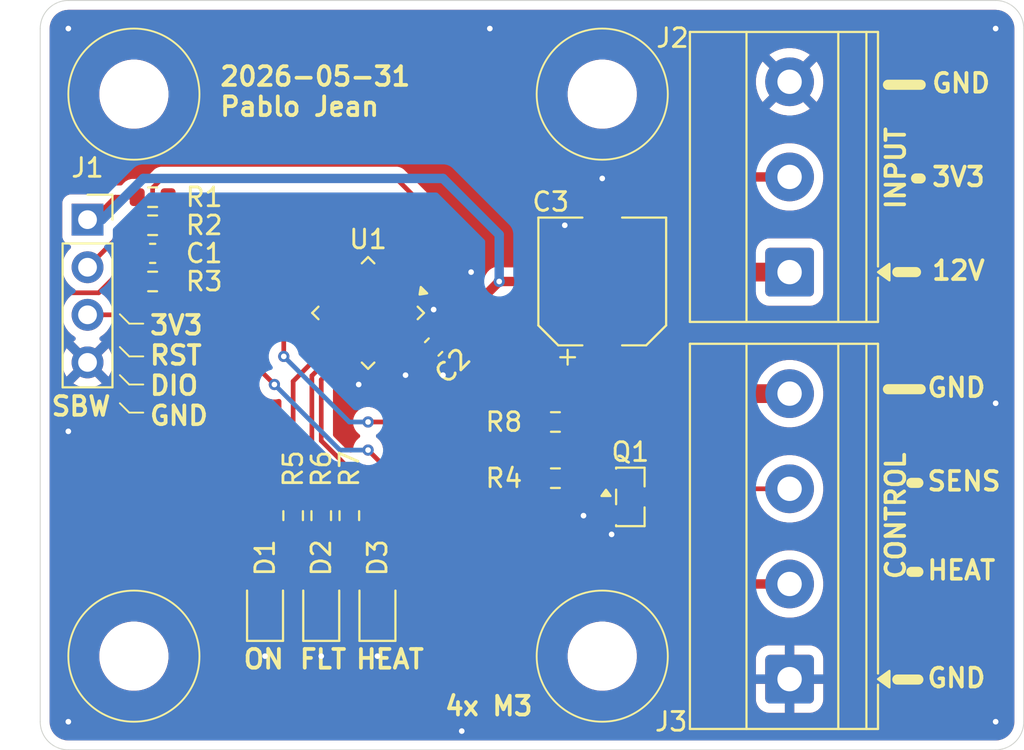
<source format=kicad_pcb>
(kicad_pcb (version 20241229) (generator "pcbnew") (generator_version "9.0")
  (layers (0 "F.Cu" signal) (2 "B.Cu" signal) (13 "F.Paste" user) (15 "B.Paste" user) (5 "F.SilkS" user "F.Silkscreen") (7 "B.SilkS" user "B.Silkscreen") (1 "F.Mask" user) (3 "B.Mask" user) (25 "Edge.Cuts" user))
  (net 0 "")
  (net 1 "GND")
  (net 2 "/MCU_RST")
  (net 3 "3V3")
  (net 4 "12V")
  (net 5 "Net-(D1-A)")
  (net 6 "Net-(D2-A)")
  (net 7 "Net-(D3-A)")
  (net 8 "/SBW_RST")
  (net 9 "/SBW_DIO")
  (net 10 "/P_HEATER")
  (net 11 "/P_SENSOR")
  (net 12 "Net-(Q1-B)")
  (net 13 "/MCU_DIO")
  (net 14 "/M_HEATER")
  (net 15 "/LED_ON")
  (net 16 "/LED_FAULT")
  (net 17 "/LED_HEAT")
  (net 18 "/S_SENSOR")
  (footprint "LED_SMD:LED_0805_2012Metric" (layer "F.Cu") (at 178 107.5 90)
    (property "Reference" "D3" (at 2.75 0 90) (layer "F.SilkS"))
    (property "Value" "RED")
    (fp_line (start 1 -0.96) (end -1.684999 -0.96) (stroke (width 0.12)) (layer "F.SilkS"))
    (fp_line (start -1.684999 -0.96) (end -1.684999 0.96) (stroke (width 0.12)) (layer "F.SilkS"))
    (fp_line (start -1.684999 0.96) (end 1 0.96) (stroke (width 0.12)) (layer "F.SilkS"))
    (pad "1" smd roundrect (at -0.937501 0 90) (size 0.975 1.4) (layers "F.Cu" "F.Mask" "F.Paste") (net 1 "GND"))
    (pad "2" smd roundrect (at 0.937501 0 90) (size 0.975 1.4) (layers "F.Cu" "F.Mask" "F.Paste") (net 7 "Net-(D3-A)"))
  )
  (footprint "TerminalBlock_Phoenix:TerminalBlock_Phoenix_MKDS-1,5-3-5.08_1x03_P5.08mm_Horizontal" (layer "F.Cu") (at 200 89.5 90)
    (property "Reference" "J2" (at 12.5 -6.25 180) (layer "F.SilkS"))
    (property "Value" "1x03")
    (fp_line (start 12.82 -5.32) (end 12.82 4.72) (stroke (width 0.12)) (layer "F.SilkS"))
    (fp_line (start -2.66 -5.32) (end 12.82 -5.32) (stroke (width 0.12)) (layer "F.SilkS"))
    (fp_line (start -2.66 -2.300001) (end 12.82 -2.300001) (stroke (width 0.12)) (layer "F.SilkS"))
    (fp_line (start -2.66 2.600001) (end 12.82 2.600001) (stroke (width 0.12)) (layer "F.SilkS"))
    (fp_line (start -2.66 4.1) (end 12.82 4.1) (stroke (width 0.12)) (layer "F.SilkS"))
    (fp_line (start 12.82 4.72) (end 0.3 4.72) (stroke (width 0.12)) (layer "F.SilkS"))
    (fp_line (start -0.3 4.72) (end -2.66 4.72) (stroke (width 0.12)) (layer "F.SilkS"))
    (fp_line (start -2.66 4.72) (end -2.66 -5.32) (stroke (width 0.12)) (layer "F.SilkS"))
    (fp_poly (pts (xy 0 4.72) (xy 0.44 5.33) (xy -0.44 5.33)) (stroke (width 0.12)) (fill yes) (layer "F.SilkS"))
    (pad "1" thru_hole roundrect (at 0 0 90) (size 2.6 2.6) (drill 1.3) (layers "*.Cu" "*.Mask") (roundrect_rratio 0.096154) (net 4 "12V"))
    (pad "2" thru_hole circle (at 5.079999 0 90) (size 2.6 2.6) (drill 1.3) (layers "*.Cu" "*.Mask") (net 3 "3V3"))
    (pad "3" thru_hole circle (at 10.16 0 90) (size 2.6 2.6) (drill 1.3) (layers "*.Cu" "*.Mask") (net 1 "GND"))
  )
  (footprint "Resistor_SMD:R_0603_1608Metric" (layer "F.Cu") (at 166 87 180)
    (property "Reference" "R2" (at -2.75 0 0) (layer "F.SilkS"))
    (property "Value" "10")
    (fp_line (start -0.237258 0.5225) (end 0.237258 0.5225) (stroke (width 0.12)) (layer "F.SilkS"))
    (fp_line (start -0.237258 -0.5225) (end 0.237258 -0.5225) (stroke (width 0.12)) (layer "F.SilkS"))
    (pad "1" smd roundrect (at -0.825 0 180) (size 0.8 0.95) (layers "F.Cu" "F.Mask" "F.Paste") (net 2 "/MCU_RST"))
    (pad "2" smd roundrect (at 0.825 0 180) (size 0.8 0.95) (layers "F.Cu" "F.Mask" "F.Paste") (net 8 "/SBW_RST"))
  )
  (footprint "Resistor_SMD:R_0603_1608Metric" (layer "F.Cu") (at 175 102.5 -90)
    (property "Reference" "R6" (at -2.5 0 90) (layer "F.SilkS"))
    (property "Value" "470")
    (fp_line (start -0.237258 0.5225) (end 0.237258 0.5225) (stroke (width 0.12)) (layer "F.SilkS"))
    (fp_line (start -0.237258 -0.5225) (end 0.237258 -0.5225) (stroke (width 0.12)) (layer "F.SilkS"))
    (pad "1" smd roundrect (at -0.825 0 270) (size 0.8 0.95) (layers "F.Cu" "F.Mask" "F.Paste") (net 16 "/LED_FAULT"))
    (pad "2" smd roundrect (at 0.825 0 270) (size 0.8 0.95) (layers "F.Cu" "F.Mask" "F.Paste") (net 6 "Net-(D2-A)"))
  )
  (footprint "Resistor_SMD:R_0603_1608Metric" (layer "F.Cu") (at 187.5 100.5)
    (property "Reference" "R4" (at -2.75 0 0) (layer "F.SilkS"))
    (property "Value" "470")
    (fp_line (start -0.237258 -0.5225) (end 0.237258 -0.5225) (stroke (width 0.12)) (layer "F.SilkS"))
    (fp_line (start -0.237258 0.5225) (end 0.237258 0.5225) (stroke (width 0.12)) (layer "F.SilkS"))
    (pad "1" smd roundrect (at -0.825 0) (size 0.8 0.95) (layers "F.Cu" "F.Mask" "F.Paste") (net 14 "/M_HEATER"))
    (pad "2" smd roundrect (at 0.825 0) (size 0.8 0.95) (layers "F.Cu" "F.Mask" "F.Paste") (net 12 "Net-(Q1-B)"))
  )
  (footprint "MountingHole:MountingHole_3.2mm_M3" (layer "F.Cu") (at 165 80)
    (property "Reference" "H1" (hide yes))
    (property "Value" "M3")
    (pad "" np_thru_hole circle (at 0 0) (size 3.2 3.2) (drill 3.2) (layers "*.Cu" "*.Mask"))
  )
  (footprint "Resistor_SMD:R_0603_1608Metric" (layer "F.Cu") (at 166 90 180)
    (property "Reference" "R3" (at -2.75 0 0) (layer "F.SilkS"))
    (property "Value" "10")
    (fp_line (start -0.237258 0.5225) (end 0.237258 0.5225) (stroke (width 0.12)) (layer "F.SilkS"))
    (fp_line (start -0.237258 -0.5225) (end 0.237258 -0.5225) (stroke (width 0.12)) (layer "F.SilkS"))
    (pad "1" smd roundrect (at -0.825 0 180) (size 0.8 0.95) (layers "F.Cu" "F.Mask" "F.Paste") (net 13 "/MCU_DIO"))
    (pad "2" smd roundrect (at 0.825 0 180) (size 0.8 0.95) (layers "F.Cu" "F.Mask" "F.Paste") (net 9 "/SBW_DIO"))
  )
  (footprint "MountingHole:MountingHole_3.2mm_M3" (layer "F.Cu") (at 190 110)
    (property "Reference" "H4" (hide yes))
    (property "Value" "M3")
    (pad "" np_thru_hole circle (at 0 0) (size 3.2 3.2) (drill 3.2) (layers "*.Cu" "*.Mask"))
  )
  (footprint "Capacitor_SMD:CP_Elec_6.3x5.2" (layer "F.Cu") (at 190 90 90)
    (property "Reference" "C3" (at 4.25 -2.75 180) (layer "F.SilkS"))
    (property "Value" "220uF 16V")
    (fp_line (start -2.345563 -3.410001) (end 3.41 -3.41) (stroke (width 0.12)) (layer "F.SilkS"))
    (fp_line (start 3.41 -3.41) (end 3.41 -1.06) (stroke (width 0.12)) (layer "F.SilkS"))
    (fp_line (start -3.410001 -2.345563) (end -2.345563 -3.410001) (stroke (width 0.12)) (layer "F.SilkS"))
    (fp_line (start -3.410001 -2.345563) (end -3.41 -1.06) (stroke (width 0.12)) (layer "F.SilkS"))
    (fp_line (start -4.04375 -2.24125) (end -4.043751 -1.45375) (stroke (width 0.12)) (layer "F.SilkS"))
    (fp_line (start -4.4375 -1.8475) (end -3.65 -1.8475) (stroke (width 0.12)) (layer "F.SilkS"))
    (fp_line (start -3.410001 2.345563) (end -3.41 1.06) (stroke (width 0.12)) (layer "F.SilkS"))
    (fp_line (start -3.410001 2.345563) (end -2.345563 3.410001) (stroke (width 0.12)) (layer "F.SilkS"))
    (fp_line (start 3.41 3.41) (end 3.41 1.06) (stroke (width 0.12)) (layer "F.SilkS"))
    (fp_line (start -2.345563 3.410001) (end 3.41 3.41) (stroke (width 0.12)) (layer "F.SilkS"))
    (pad "1" smd roundrect (at -2.8 0 90) (size 3.5 1.6) (layers "F.Cu" "F.Mask" "F.Paste") (roundrect_rratio 0.15625) (net 4 "12V"))
    (pad "2" smd roundrect (at 2.8 0 90) (size 3.5 1.6) (layers "F.Cu" "F.Mask" "F.Paste") (roundrect_rratio 0.15625) (net 1 "GND"))
  )
  (footprint "Resistor_SMD:R_0603_1608Metric" (layer "F.Cu") (at 173.5 102.5 -90)
    (property "Reference" "R5" (at -2.5 0 90) (layer "F.SilkS"))
    (property "Value" "470")
    (fp_line (start -0.237258 0.5225) (end 0.237258 0.5225) (stroke (width 0.12)) (layer "F.SilkS"))
    (fp_line (start -0.237258 -0.5225) (end 0.237258 -0.5225) (stroke (width 0.12)) (layer "F.SilkS"))
    (pad "1" smd roundrect (at -0.825 0 270) (size 0.8 0.95) (layers "F.Cu" "F.Mask" "F.Paste") (net 15 "/LED_ON"))
    (pad "2" smd roundrect (at 0.825 0 270) (size 0.8 0.95) (layers "F.Cu" "F.Mask" "F.Paste") (net 5 "Net-(D1-A)"))
  )
  (footprint "Resistor_SMD:R_0603_1608Metric" (layer "F.Cu") (at 187.5 97.5)
    (property "Reference" "R8" (at -2.75 0 0) (layer "F.SilkS"))
    (property "Value" "10")
    (fp_line (start -0.237258 -0.5225) (end 0.237258 -0.5225) (stroke (width 0.12)) (layer "F.SilkS"))
    (fp_line (start -0.237258 0.5225) (end 0.237258 0.5225) (stroke (width 0.12)) (layer "F.SilkS"))
    (pad "1" smd roundrect (at -0.825 0) (size 0.8 0.95) (layers "F.Cu" "F.Mask" "F.Paste") (net 18 "/S_SENSOR"))
    (pad "2" smd roundrect (at 0.825 0) (size 0.8 0.95) (layers "F.Cu" "F.Mask" "F.Paste") (net 11 "/P_SENSOR"))
  )
  (footprint "Resistor_SMD:R_0603_1608Metric" (layer "F.Cu") (at 166 85.5)
    (property "Reference" "R1" (at 2.75 0 0) (layer "F.SilkS"))
    (property "Value" "47k")
    (fp_line (start -0.237258 -0.5225) (end 0.237258 -0.5225) (stroke (width 0.12)) (layer "F.SilkS"))
    (fp_line (start -0.237258 0.5225) (end 0.237258 0.5225) (stroke (width 0.12)) (layer "F.SilkS"))
    (pad "1" smd roundrect (at -0.825 0) (size 0.8 0.95) (layers "F.Cu" "F.Mask" "F.Paste") (net 3 "3V3"))
    (pad "2" smd roundrect (at 0.825 0) (size 0.8 0.95) (layers "F.Cu" "F.Mask" "F.Paste") (net 2 "/MCU_RST"))
  )
  (footprint "Resistor_SMD:R_0603_1608Metric" (layer "F.Cu") (at 176.5 102.5 -90)
    (property "Reference" "R7" (at -2.5 0 90) (layer "F.SilkS"))
    (property "Value" "470")
    (fp_line (start -0.237258 0.5225) (end 0.237258 0.5225) (stroke (width 0.12)) (layer "F.SilkS"))
    (fp_line (start -0.237258 -0.5225) (end 0.237258 -0.5225) (stroke (width 0.12)) (layer "F.SilkS"))
    (pad "1" smd roundrect (at -0.825 0 270) (size 0.8 0.95) (layers "F.Cu" "F.Mask" "F.Paste") (net 17 "/LED_HEAT"))
    (pad "2" smd roundrect (at 0.825 0 270) (size 0.8 0.95) (layers "F.Cu" "F.Mask" "F.Paste") (net 7 "Net-(D3-A)"))
  )
  (footprint "LED_SMD:LED_0805_2012Metric" (layer "F.Cu") (at 172 107.5 90)
    (property "Reference" "D1" (at 2.75 0 90) (layer "F.SilkS"))
    (property "Value" "GREEN")
    (fp_line (start 1 -0.96) (end -1.684999 -0.96) (stroke (width 0.12)) (layer "F.SilkS"))
    (fp_line (start -1.684999 -0.96) (end -1.684999 0.96) (stroke (width 0.12)) (layer "F.SilkS"))
    (fp_line (start -1.684999 0.96) (end 1 0.96) (stroke (width 0.12)) (layer "F.SilkS"))
    (pad "1" smd roundrect (at -0.937501 0 90) (size 0.975 1.4) (layers "F.Cu" "F.Mask" "F.Paste") (net 1 "GND"))
    (pad "2" smd roundrect (at 0.937501 0 90) (size 0.975 1.4) (layers "F.Cu" "F.Mask" "F.Paste") (net 5 "Net-(D1-A)"))
  )
  (footprint "Package_DFN_QFN:VQFN-24-1EP_4x4mm_P0.5mm_EP2.45x2.45mm" (layer "F.Cu") (at 177.5 91.68 -135)
    (property "Reference" "U1" (at -2.77893 2.77893 180) (layer "F.SilkS"))
    (property "Value" "MSP430FR2433IRGET")
    (fp_line (start 2.11 2.11) (end 1.635 2.11) (stroke (width 0.12)) (layer "F.SilkS"))
    (fp_line (start 2.11 1.635) (end 2.11 2.11) (stroke (width 0.12)) (layer "F.SilkS"))
    (fp_line (start -1.635 2.11) (end -2.11 2.11) (stroke (width 0.12)) (layer "F.SilkS"))
    (fp_line (start -2.11 2.11) (end -2.11 1.635) (stroke (width 0.12)) (layer "F.SilkS"))
    (fp_line (start 2.11 -2.11) (end 2.11 -1.635) (stroke (width 0.12)) (layer "F.SilkS"))
    (fp_line (start 1.635 -2.11) (end 2.11 -2.11) (stroke (width 0.12)) (layer "F.SilkS"))
    (fp_line (start -2.11 -1.635) (end -2.11 -2.11) (stroke (width 0.12)) (layer "F.SilkS"))
    (fp_line (start -2.11 -2.11) (end -1.635 -2.11) (stroke (width 0.12)) (layer "F.SilkS"))
    (fp_poly (pts (xy -2.639999 -1.25) (xy -2.97 -1.01) (xy -2.97 -1.49)) (stroke (width 0.12)) (fill yes) (layer "F.SilkS"))
    (pad "1" smd roundrect (at -1.9875 -1.25 225) (size 0.775 0.25) (layers "F.Cu" "F.Mask" "F.Paste") (net 13 "/MCU_DIO"))
    (pad "2" smd roundrect (at -1.9875 -0.75 225) (size 0.775 0.25) (layers "F.Cu" "F.Mask" "F.Paste") (net 2 "/MCU_RST"))
    (pad "3" smd roundrect (at -1.9875 -0.25 225) (size 0.775 0.25) (layers "F.Cu" "F.Mask" "F.Paste"))
    (pad "4" smd roundrect (at -1.9875 0.25 225) (size 0.775 0.25) (layers "F.Cu" "F.Mask" "F.Paste"))
    (pad "5" smd roundrect (at -1.9875 0.75 225) (size 0.775 0.25) (layers "F.Cu" "F.Mask" "F.Paste") (net 14 "/M_HEATER"))
    (pad "6" smd roundrect (at -1.9875 1.25 225) (size 0.775 0.25) (layers "F.Cu" "F.Mask" "F.Paste"))
    (pad "7" smd roundrect (at -1.25 1.9875 225) (size 0.25 0.775) (layers "F.Cu" "F.Mask" "F.Paste"))
    (pad "8" smd roundrect (at -0.75 1.9875 225) (size 0.25 0.775) (layers "F.Cu" "F.Mask" "F.Paste") (net 18 "/S_SENSOR"))
    (pad "9" smd roundrect (at -0.25 1.9875 225) (size 0.25 0.775) (layers "F.Cu" "F.Mask" "F.Paste"))
    (pad "10" smd roundrect (at 0.25 1.9875 225) (size 0.25 0.775) (layers "F.Cu" "F.Mask" "F.Paste"))
    (pad "11" smd roundrect (at 0.75 1.9875 225) (size 0.25 0.775) (layers "F.Cu" "F.Mask" "F.Paste"))
    (pad "12" smd roundrect (at 1.25 1.9875 225) (size 0.25 0.775) (layers "F.Cu" "F.Mask" "F.Paste"))
    (pad "13" smd roundrect (at 1.9875 1.25 225) (size 0.775 0.25) (layers "F.Cu" "F.Mask" "F.Paste"))
    (pad "14" smd roundrect (at 1.9875 0.75 225) (size 0.775 0.25) (layers "F.Cu" "F.Mask" "F.Paste"))
    (pad "15" smd roundrect (at 1.9875 0.25 225) (size 0.775 0.25) (layers "F.Cu" "F.Mask" "F.Paste") (net 15 "/LED_ON"))
    (pad "16" smd roundrect (at 1.9875 -0.25 225) (size 0.775 0.25) (layers "F.Cu" "F.Mask" "F.Paste") (net 16 "/LED_FAULT"))
    (pad "17" smd roundrect (at 1.9875 -0.75 225) (size 0.775 0.25) (layers "F.Cu" "F.Mask" "F.Paste") (net 17 "/LED_HEAT"))
    (pad "18" smd roundrect (at 1.9875 -1.25 225) (size 0.775 0.25) (layers "F.Cu" "F.Mask" "F.Paste") (net 1 "GND"))
    (pad "19" smd roundrect (at 1.25 -1.9875 225) (size 0.25 0.775) (layers "F.Cu" "F.Mask" "F.Paste"))
    (pad "20" smd roundrect (at 0.75 -1.9875 225) (size 0.25 0.775) (layers "F.Cu" "F.Mask" "F.Paste"))
    (pad "21" smd roundrect (at 0.25 -1.9875 225) (size 0.25 0.775) (layers "F.Cu" "F.Mask" "F.Paste"))
    (pad "22" smd roundrect (at -0.25 -1.9875 225) (size 0.25 0.775) (layers "F.Cu" "F.Mask" "F.Paste"))
    (pad "23" smd roundrect (at -0.75 -1.9875 225) (size 0.25 0.775) (layers "F.Cu" "F.Mask" "F.Paste") (net 1 "GND"))
    (pad "24" smd roundrect (at -1.25 -1.9875 225) (size 0.25 0.775) (layers "F.Cu" "F.Mask" "F.Paste") (net 3 "3V3"))
    (pad "25" smd rect (at 0 0 225) (size 2.45 2.45) (property pad_prop_heatsink) (layers "F.Cu" "F.Mask") (net 1 "GND"))
  )
  (footprint "MountingHole:MountingHole_3.2mm_M3" (layer "F.Cu") (at 165 110)
    (property "Reference" "H3" (hide yes))
    (property "Value" "M3")
    (pad "" np_thru_hole circle (at 0 0) (size 3.2 3.2) (drill 3.2) (layers "*.Cu" "*.Mask"))
  )
  (footprint "Connector_PinSocket_2.54mm:PinSocket_1x04_P2.54mm_Vertical" (layer "F.Cu") (at 162.525 86.7)
    (property "Reference" "J1" (at 0 -2.77 0) (layer "F.SilkS"))
    (property "Value" "Conn_01x04")
    (fp_line (start -1.33 1.27) (end -1.33 8.95) (stroke (width 0.12)) (layer "F.SilkS"))
    (fp_line (start -1.33 1.27) (end 1.33 1.27) (stroke (width 0.12)) (layer "F.SilkS"))
    (fp_line (start -1.33 8.95) (end 1.33 8.95) (stroke (width 0.12)) (layer "F.SilkS"))
    (fp_line (start 0 -1.33) (end 1.33 -1.33) (stroke (width 0.12)) (layer "F.SilkS"))
    (fp_line (start 1.33 -1.33) (end 1.33 0) (stroke (width 0.12)) (layer "F.SilkS"))
    (fp_line (start 1.33 1.27) (end 1.33 8.95) (stroke (width 0.12)) (layer "F.SilkS"))
    (pad "1" thru_hole rect (at 0 0) (size 1.7 1.7) (drill 1) (layers "*.Cu" "*.Mask") (net 3 "3V3"))
    (pad "2" thru_hole circle (at 0 2.54) (size 1.7 1.7) (drill 1) (layers "*.Cu" "*.Mask") (net 8 "/SBW_RST"))
    (pad "3" thru_hole circle (at 0 5.08) (size 1.7 1.7) (drill 1) (layers "*.Cu" "*.Mask") (net 9 "/SBW_DIO"))
    (pad "4" thru_hole circle (at 0 7.62) (size 1.7 1.7) (drill 1) (layers "*.Cu" "*.Mask") (net 1 "GND"))
  )
  (footprint "LED_SMD:LED_0805_2012Metric" (layer "F.Cu") (at 175 107.5 90)
    (property "Reference" "D2" (at 2.75 0 90) (layer "F.SilkS"))
    (property "Value" "RED")
    (fp_line (start 1 -0.96) (end -1.684999 -0.96) (stroke (width 0.12)) (layer "F.SilkS"))
    (fp_line (start -1.684999 -0.96) (end -1.684999 0.96) (stroke (width 0.12)) (layer "F.SilkS"))
    (fp_line (start -1.684999 0.96) (end 1 0.96) (stroke (width 0.12)) (layer "F.SilkS"))
    (pad "1" smd roundrect (at -0.937501 0 90) (size 0.975 1.4) (layers "F.Cu" "F.Mask" "F.Paste") (net 1 "GND"))
    (pad "2" smd roundrect (at 0.937501 0 90) (size 0.975 1.4) (layers "F.Cu" "F.Mask" "F.Paste") (net 6 "Net-(D2-A)"))
  )
  (footprint "TerminalBlock_Phoenix:TerminalBlock_Phoenix_MKDS-1,5-4-5.08_1x04_P5.08mm_Horizontal" (layer "F.Cu") (at 200 111.227001 90)
    (property "Reference" "J3" (at -2.272999 -6.32 180) (layer "F.SilkS"))
    (property "Value" "1x04")
    (fp_line (start 17.899999 -5.32) (end 17.899999 4.72) (stroke (width 0.12)) (layer "F.SilkS"))
    (fp_line (start -2.66 -5.32) (end 17.899999 -5.32) (stroke (width 0.12)) (layer "F.SilkS"))
    (fp_line (start -2.66 -2.300001) (end 17.9 -2.3) (stroke (width 0.12)) (layer "F.SilkS"))
    (fp_line (start -2.66 2.600001) (end 17.9 2.6) (stroke (width 0.12)) (layer "F.SilkS"))
    (fp_line (start -2.66 4.1) (end 17.9 4.1) (stroke (width 0.12)) (layer "F.SilkS"))
    (fp_line (start 17.899999 4.72) (end 0.3 4.72) (stroke (width 0.12)) (layer "F.SilkS"))
    (fp_line (start -0.3 4.72) (end -2.66 4.72) (stroke (width 0.12)) (layer "F.SilkS"))
    (fp_line (start -2.66 4.72) (end -2.66 -5.32) (stroke (width 0.12)) (layer "F.SilkS"))
    (fp_poly (pts (xy 0 4.72) (xy 0.44 5.33) (xy -0.44 5.33)) (stroke (width 0.12)) (fill yes) (layer "F.SilkS"))
    (pad "1" thru_hole roundrect (at 0 0 90) (size 2.6 2.6) (drill 1.3) (layers "*.Cu" "*.Mask") (roundrect_rratio 0.096154) (net 1 "GND"))
    (pad "2" thru_hole circle (at 5.079999 0 90) (size 2.6 2.6) (drill 1.3) (layers "*.Cu" "*.Mask") (net 10 "/P_HEATER"))
    (pad "3" thru_hole circle (at 10.16 0 90) (size 2.6 2.6) (drill 1.3) (layers "*.Cu" "*.Mask") (net 11 "/P_SENSOR"))
    (pad "4" thru_hole circle (at 15.24 0 90) (size 2.6 2.6) (drill 1.3) (layers "*.Cu" "*.Mask") (net 4 "12V"))
  )
  (footprint "Capacitor_SMD:C_0603_1608Metric" (layer "F.Cu") (at 181 93.5 -135)
    (property "Reference" "C2" (at 0 -1.43 45) (layer "F.SilkS"))
    (property "Value" "100n")
    (fp_line (start -0.140581 0.51) (end 0.140581 0.51) (stroke (width 0.12)) (layer "F.SilkS"))
    (fp_line (start -0.140581 -0.51) (end 0.140581 -0.51) (stroke (width 0.12)) (layer "F.SilkS"))
    (pad "1" smd roundrect (at -0.775 0 225) (size 0.9 0.95) (layers "F.Cu" "F.Mask" "F.Paste") (net 3 "3V3"))
    (pad "2" smd roundrect (at 0.775 0 225) (size 0.9 0.95) (layers "F.Cu" "F.Mask" "F.Paste") (net 1 "GND"))
  )
  (footprint "Capacitor_SMD:C_0603_1608Metric" (layer "F.Cu") (at 166 88.5 180)
    (property "Reference" "C1" (at -2.75 0 0) (layer "F.SilkS"))
    (property "Value" "1n")
    (fp_line (start -0.140581 0.51) (end 0.140581 0.51) (stroke (width 0.12)) (layer "F.SilkS"))
    (fp_line (start -0.140581 -0.51) (end 0.140581 -0.51) (stroke (width 0.12)) (layer "F.SilkS"))
    (pad "1" smd roundrect (at -0.775 0 180) (size 0.9 0.95) (layers "F.Cu" "F.Mask" "F.Paste") (net 2 "/MCU_RST"))
    (pad "2" smd roundrect (at 0.775 0 180) (size 0.9 0.95) (layers "F.Cu" "F.Mask" "F.Paste") (net 1 "GND"))
  )
  (footprint "MountingHole:MountingHole_3.2mm_M3" (layer "F.Cu") (at 190 80)
    (property "Reference" "H2" (hide yes))
    (property "Value" "M3")
    (pad "" np_thru_hole circle (at 0 0) (size 3.2 3.2) (drill 3.2) (layers "*.Cu" "*.Mask"))
  )
  (footprint "Package_TO_SOT_SMD:SOT-23" (layer "F.Cu") (at 191.5 101.5)
    (property "Reference" "Q1" (at 0 -2.4 0) (layer "F.SilkS"))
    (property "Value" "BC817")
    (fp_line (start -0.76 -1.56) (end 0.76 -1.56) (stroke (width 0.12)) (layer "F.SilkS"))
    (fp_line (start -0.76 -1.51) (end -0.76 -1.56) (stroke (width 0.12)) (layer "F.SilkS"))
    (fp_line (start -0.76 0.39) (end -0.76 -0.39) (stroke (width 0.12)) (layer "F.SilkS"))
    (fp_line (start -0.76 1.56) (end -0.76 1.51) (stroke (width 0.12)) (layer "F.SilkS"))
    (fp_line (start 0.76 -1.56) (end 0.76 -0.56) (stroke (width 0.12)) (layer "F.SilkS"))
    (fp_line (start 0.76 0.56) (end 0.76 1.56) (stroke (width 0.12)) (layer "F.SilkS"))
    (fp_line (start 0.76 1.56) (end -0.76 1.56) (stroke (width 0.12)) (layer "F.SilkS"))
    (fp_poly (pts (xy -1.3 -0.38) (xy -1.06 -0.05) (xy -1.54 -0.05)) (stroke (width 0.12)) (fill yes) (layer "F.SilkS"))
    (pad "1" smd roundrect (at -0.9375 -0.95) (size 1.475 0.6) (layers "F.Cu" "F.Mask" "F.Paste") (net 12 "Net-(Q1-B)"))
    (pad "2" smd roundrect (at -0.9375 0.95) (size 1.475 0.6) (layers "F.Cu" "F.Mask" "F.Paste") (net 1 "GND"))
    (pad "3" smd roundrect (at 0.937501 0) (size 1.475 0.6) (layers "F.Cu" "F.Mask" "F.Paste") (net 10 "/P_HEATER"))
  )
  (gr_line (start 207 84.5) (end 206.75 84.5) (stroke (width 0.54)) (layer "F.SilkS"))
  (gr_line (start 165.5 97) (end 164.75 97) (stroke (width 0.1)) (layer "F.SilkS"))
  (gr_line (start 165.5 95.5) (end 164.75 95.5) (stroke (width 0.1)) (layer "F.SilkS"))
  (gr_line (start 164.75 94) (end 164.25 93.5) (stroke (width 0.1)) (layer "F.SilkS"))
  (gr_line (start 206.875 100.75) (end 206.5 100.75) (stroke (width 0.54)) (layer "F.SilkS"))
  (gr_line (start 164.75 95.5) (end 164.25 95) (stroke (width 0.1)) (layer "F.SilkS"))
  (gr_line (start 207 95.75) (end 205.25 95.75) (stroke (width 0.54)) (layer "F.SilkS"))
  (gr_circle (center 165 110) (end 168.5 110) (stroke (width 0.1)) (fill no) (layer "F.SilkS"))
  (gr_line (start 206.75 89.5) (end 205.75 89.5) (stroke (width 0.54)) (layer "F.SilkS"))
  (gr_circle (center 190 110) (end 193.5 110) (stroke (width 0.1)) (fill no) (layer "F.SilkS"))
  (gr_line (start 207 79.5) (end 205.25 79.5) (stroke (width 0.54)) (layer "F.SilkS"))
  (gr_line (start 206.875 111.25) (end 205.75 111.25) (stroke (width 0.54)) (layer "F.SilkS"))
  (gr_line (start 206.875 105.5) (end 206.5 105.5) (stroke (width 0.54)) (layer "F.SilkS"))
  (gr_line (start 165.5 92.25) (end 164.75 92.25) (stroke (width 0.1)) (layer "F.SilkS"))
  (gr_line (start 164.75 92.25) (end 164.25 91.75) (stroke (width 0.1)) (layer "F.SilkS"))
  (gr_line (start 165.5 94) (end 164.75 94) (stroke (width 0.1)) (layer "F.SilkS"))
  (gr_circle (center 190 80) (end 193.5 80) (stroke (width 0.1)) (fill no) (layer "F.SilkS"))
  (gr_line (start 164.75 97) (end 164.25 96.5) (stroke (width 0.1)) (layer "F.SilkS"))
  (gr_circle (center 165 80) (end 168.5 80) (stroke (width 0.1)) (fill no) (layer "F.SilkS"))
  (gr_arc (start 160 76.5) (mid 160.43934 75.43934) (end 161.5 75) (stroke (width 0.05)) (layer "Edge.Cuts"))
  (gr_arc (start 211 75) (mid 212.06066 75.43934) (end 212.5 76.5) (stroke (width 0.05)) (layer "Edge.Cuts"))
  (gr_arc (start 212.5 113.5) (mid 212.06066 114.56066) (end 211 115) (stroke (width 0.05)) (layer "Edge.Cuts"))
  (gr_line (start 211 115) (end 161.5 115) (stroke (width 0.05)) (layer "Edge.Cuts"))
  (gr_arc (start 161.5 115) (mid 160.43934 114.56066) (end 160 113.5) (stroke (width 0.05)) (layer "Edge.Cuts"))
  (gr_line (start 160 113.5) (end 160 76.5) (stroke (width 0.05)) (layer "Edge.Cuts"))
  (gr_line (start 212.5 76.5) (end 212.5 113.5) (stroke (width 0.05)) (layer "Edge.Cuts"))
  (gr_line (start 161.5 75) (end 211 75) (stroke (width 0.05)) (layer "Edge.Cuts"))
  (gr_text "CONTROL" (at 206.25 106 90) (layer "F.SilkS") (effects (font (size 1 1) (thickness 0.2) (bold yes)) (justify left bottom)))
  (gr_text "4x M3" (at 181.5 113.25 0) (layer "F.SilkS") (effects (font (size 1 1) (thickness 0.2) (bold yes)) (justify left bottom)))
  (gr_text "HEAT" (at 207.25 106 0) (layer "F.SilkS") (effects (font (size 1 1) (thickness 0.2) (bold yes)) (justify left bottom)))
  (gr_text "3V3" (at 207.5 85 0) (layer "F.SilkS") (effects (font (size 1 1) (thickness 0.2) (bold yes)) (justify left bottom)))
  (gr_text "ON" (at 170.75 110.75 0) (layer "F.SilkS") (effects (font (size 1 1) (thickness 0.2) (bold yes)) (justify left bottom)))
  (gr_text "3V3\nRST\nDIO\nGND" (at 165.75 97.75 0) (layer "F.SilkS") (effects (font (size 1 1) (thickness 0.2) (bold yes)) (justify left bottom)))
  (gr_text "${PROJECTNAME}\n${CURRENT_DATE}\nPablo Jean" (at 169.5 81.25 0) (layer "F.SilkS") (effects (font (size 1 1) (thickness 0.2) (bold yes)) (justify left bottom)))
  (gr_text "GND" (at 207.5 80 0) (layer "F.SilkS") (effects (font (size 1 1) (thickness 0.2) (bold yes)) (justify left bottom)))
  (gr_text "SBW" (at 160.5 97.25 0) (layer "F.SilkS") (effects (font (size 1 1) (thickness 0.2) (bold yes)) (justify left bottom)))
  (gr_text "INPUT" (at 206.25 86.25 90) (layer "F.SilkS") (effects (font (size 1 1) (thickness 0.2) (bold yes)) (justify left bottom)))
  (gr_text "GND" (at 207.25 96.25 0) (layer "F.SilkS") (effects (font (size 1 1) (thickness 0.2) (bold yes)) (justify left bottom)))
  (gr_text "HEAT" (at 176.75 110.75 0) (layer "F.SilkS") (effects (font (size 1 1) (thickness 0.2) (bold yes)) (justify left bottom)))
  (gr_text "12V" (at 207.5 90 0) (layer "F.SilkS") (effects (font (size 1 1) (thickness 0.2) (bold yes)) (justify left bottom)))
  (gr_text "SENS" (at 207.25 101.25 0) (layer "F.SilkS") (effects (font (size 1 1) (thickness 0.2) (bold yes)) (justify left bottom)))
  (gr_text "GND" (at 207.25 111.75 0) (layer "F.SilkS") (effects (font (size 1 1) (thickness 0.2) (bold yes)) (justify left bottom)))
  (gr_text "FLT" (at 173.75 110.75 0) (layer "F.SilkS") (effects (font (size 1 1) (thickness 0.2) (bold yes)) (justify left bottom)))
  (segment (start 178 94.990749) (end 178 95) (width 0.25) (layer "F.Cu") (net 1))
  (segment (start 178.56066 91.68) (end 177.5 91.68) (width 0.25) (layer "F.Cu") (net 1))
  (segment (start 180.451992 93.571332) (end 180.451992 94.048008) (width 0.25) (layer "F.Cu") (net 1))
  (segment (start 165.225 88.5) (end 163.121 90.604) (width 0.25) (layer "F.Cu") (net 1))
  (segment (start 163.121 90.604) (end 161.396 90.604) (width 0.25) (layer "F.Cu") (net 1))
  (segment (start 176.978509 93.969258) (end 177.5 93.447767) (width 0.25) (layer "F.Cu") (net 1))
  (segment (start 179.435705 92.555045) (end 178.56066 91.68) (width 0.25) (layer "F.Cu") (net 1))
  (segment (start 176.978509 93.969258) (end 178 94.990749) (width 0.25) (layer "F.Cu") (net 1))
  (segment (start 179.435705 92.555045) (end 180.451992 93.571332) (width 0.25) (layer "F.Cu") (net 1))
  (segment (start 177.5 93.447767) (end 177.5 91.68) (width 0.25) (layer "F.Cu") (net 1))
  (segment (start 161.396 90.604) (end 161 91) (width 0.25) (layer "F.Cu") (net 1))
  (via (at 172 110) (size 0.6) (drill 0.3) (layers "F.Cu" "B.Cu") (net 1))
  (via (at 161.5 98) (size 0.6) (drill 0.3) (layers "F.Cu" "B.Cu") (net 1))
  (via (at 177 95.5) (size 0.6) (drill 0.3) (layers "F.Cu" "B.Cu") (net 1))
  (via (at 175 110) (size 0.6) (drill 0.3) (layers "F.Cu" "B.Cu") (net 1))
  (via (at 190.5 103.5) (size 0.6) (drill 0.3) (layers "F.Cu" "B.Cu") (net 1))
  (via (at 211 96.5) (size 0.6) (drill 0.3) (layers "F.Cu" "B.Cu") (net 1))
  (via (at 188 87) (size 0.6) (drill 0.3) (layers "F.Cu" "B.Cu") (net 1))
  (via (at 183 89.5) (size 0.6) (drill 0.3) (layers "F.Cu" "B.Cu") (net 1))
  (via (at 181.5 95) (size 0.6) (drill 0.3) (layers "F.Cu" "B.Cu") (net 1))
  (via (at 211 76.5) (size 0.6) (drill 0.3) (layers "F.Cu" "B.Cu") (net 1))
  (via (at 161.5 113.5) (size 0.6) (drill 0.3) (layers "F.Cu" "B.Cu") (net 1))
  (via (at 181 91.5) (size 0.6) (drill 0.3) (layers "F.Cu" "B.Cu") (net 1))
  (via (at 161.5 76.5) (size 0.6) (drill 0.3) (layers "F.Cu" "B.Cu") (net 1))
  (via (at 184 76.5) (size 0.6) (drill 0.3) (layers "F.Cu" "B.Cu") (net 1))
  (via (at 179.5 95) (size 0.6) (drill 0.3) (layers "F.Cu" "B.Cu") (net 1))
  (via (at 189 102.5) (size 0.6) (drill 0.3) (layers "F.Cu" "B.Cu") (net 1))
  (via (at 182.5 114) (size 0.6) (drill 0.3) (layers "F.Cu" "B.Cu") (net 1))
  (via (at 211 113.5) (size 0.6) (drill 0.3) (layers "F.Cu" "B.Cu") (net 1))
  (via (at 190 84.5) (size 0.6) (drill 0.3) (layers "F.Cu" "B.Cu") (net 1))
  (via (at 178 110) (size 0.6) (drill 0.3) (layers "F.Cu" "B.Cu") (net 1))
  (segment (start 166.825 85.5) (end 178.5 85.5) (width 0.25) (layer "F.Cu") (net 2))
  (segment (start 181 88) (end 181 89.24066) (width 0.25) (layer "F.Cu") (net 2))
  (segment (start 181 89.24066) (end 179.435705 90.804955) (width 0.25) (layer "F.Cu") (net 2))
  (segment (start 166.825 85.5) (end 166.825 87) (width 0.25) (layer "F.Cu") (net 2))
  (segment (start 166.825 87) (end 166.825 88.45) (width 0.25) (layer "F.Cu") (net 2))
  (segment (start 166.825 88.45) (end 166.775 88.5) (width 0.25) (layer "F.Cu") (net 2))
  (segment (start 178.5 85.5) (end 181 88) (width 0.25) (layer "F.Cu") (net 2))
  (segment (start 200 84.420001) (end 197.079999 84.420001) (width 0.5) (layer "F.Cu") (net 3))
  (segment (start 162.525 86.7) (end 162.8 86.7) (width 0.25) (layer "F.Cu") (net 3))
  (segment (start 181.548008 92.951992) (end 180.539759 92.951992) (width 0.25) (layer "F.Cu") (net 3))
  (segment (start 164 85.5) (end 165.175 85.5) (width 0.25) (layer "F.Cu") (net 3))
  (segment (start 197.079999 84.420001) (end 191.5 90) (width 0.5) (layer "F.Cu") (net 3))
  (segment (start 191.5 90) (end 184.5 90) (width 0.5) (layer "F.Cu") (net 3))
  (segment (start 180.539759 92.951992) (end 179.789258 92.201491) (width 0.25) (layer "F.Cu") (net 3))
  (segment (start 162.8 86.7) (end 164 85.5) (width 0.25) (layer "F.Cu") (net 3))
  (segment (start 184.5 90) (end 181.548008 92.951992) (width 0.5) (layer "F.Cu") (net 3))
  (via (at 184.5 90) (size 0.6) (drill 0.3) (layers "F.Cu" "B.Cu") (net 3))
  (segment (start 165.5 84.5) (end 181.5 84.5) (width 0.5) (layer "B.Cu") (net 3))
  (segment (start 162.525 86.7) (end 163.3 86.7) (width 0.5) (layer "B.Cu") (net 3))
  (segment (start 163.3 86.7) (end 165.5 84.5) (width 0.5) (layer "B.Cu") (net 3))
  (segment (start 184.5 87.5) (end 184.5 90) (width 0.5) (layer "B.Cu") (net 3))
  (segment (start 181.5 84.5) (end 184.5 87.5) (width 0.5) (layer "B.Cu") (net 3))
  (segment (start 196 89.5) (end 193 92.5) (width 1) (layer "F.Cu") (net 4))
  (segment (start 190.3 92.5) (end 190 92.8) (width 1) (layer "F.Cu") (net 4))
  (segment (start 190 95) (end 190.987001 95.987001) (width 1) (layer "F.Cu") (net 4))
  (segment (start 190.987001 95.987001) (end 200 95.987001) (width 1) (layer "F.Cu") (net 4))
  (segment (start 200 89.5) (end 196 89.5) (width 1) (layer "F.Cu") (net 4))
  (segment (start 193 92.5) (end 190.3 92.5) (width 1) (layer "F.Cu") (net 4))
  (segment (start 190 92.8) (end 190 95) (width 1) (layer "F.Cu") (net 4))
  (segment (start 173.5 105.062499) (end 173.5 103.325) (width 0.25) (layer "F.Cu") (net 5))
  (segment (start 172 106.562499) (end 173.5 105.062499) (width 0.25) (layer "F.Cu") (net 5))
  (segment (start 175 106.562499) (end 175 103.325) (width 0.25) (layer "F.Cu") (net 6))
  (segment (start 176.5 105.062499) (end 176.5 103.325) (width 0.25) (layer "F.Cu") (net 7))
  (segment (start 178 106.562499) (end 176.5 105.062499) (width 0.25) (layer "F.Cu") (net 7))
  (segment (start 165.175 87) (end 164.765 87) (width 0.25) (layer "F.Cu") (net 8))
  (segment (start 164.765 87) (end 162.525 89.24) (width 0.25) (layer "F.Cu") (net 8))
  (segment (start 165.175 90) (end 165.175 90.475) (width 0.25) (layer "F.Cu") (net 9))
  (segment (start 163.87 91.78) (end 162.525 91.78) (width 0.25) (layer "F.Cu") (net 9))
  (segment (start 165.175 90.475) (end 163.87 91.78) (width 0.25) (layer "F.Cu") (net 9))
  (segment (start 196 102.5) (end 196 105.323501) (width 0.5) (layer "F.Cu") (net 10))
  (segment (start 196.823501 106.147002) (end 200 106.147002) (width 0.5) (layer "F.Cu") (net 10))
  (segment (start 192.437501 101.5) (end 195 101.5) (width 0.5) (layer "F.Cu") (net 10))
  (segment (start 196 105.323501) (end 196.823501 106.147002) (width 0.5) (layer "F.Cu") (net 10))
  (segment (start 195 101.5) (end 196 102.5) (width 0.5) (layer "F.Cu") (net 10))
  (segment (start 190 97.5) (end 190.5 98) (width 0.25) (layer "F.Cu") (net 11))
  (segment (start 195 98) (end 198.067001 101.067001) (width 0.25) (layer "F.Cu") (net 11))
  (segment (start 198.067001 101.067001) (end 200 101.067001) (width 0.25) (layer "F.Cu") (net 11))
  (segment (start 190.5 98) (end 195 98) (width 0.25) (layer "F.Cu") (net 11))
  (segment (start 188.325 97.5) (end 190 97.5) (width 0.25) (layer "F.Cu") (net 11))
  (segment (start 188.375 100.55) (end 188.325 100.5) (width 0.25) (layer "F.Cu") (net 12))
  (segment (start 190.5625 100.55) (end 188.375 100.55) (width 0.25) (layer "F.Cu") (net 12))
  (segment (start 182 88.947767) (end 179.789258 91.158509) (width 0.25) (layer "F.Cu") (net 13))
  (segment (start 179 84.5) (end 182 87.5) (width 0.25) (layer "F.Cu") (net 13))
  (segment (start 166 89.175) (end 166 85) (width 0.25) (layer "F.Cu") (net 13))
  (segment (start 166.5 84.5) (end 179 84.5) (width 0.25) (layer "F.Cu") (net 13))
  (segment (start 182 87.5) (end 182 88.947767) (width 0.25) (layer "F.Cu") (net 13))
  (segment (start 166 85) (end 166.5 84.5) (width 0.25) (layer "F.Cu") (net 13))
  (segment (start 166.825 90) (end 166 89.175) (width 0.25) (layer "F.Cu") (net 13))
  (segment (start 171.5 90) (end 174 87.5) (width 0.25) (layer "F.Cu") (net 14))
  (segment (start 179 89.11934) (end 178.375045 89.744295) (width 0.25) (layer "F.Cu") (net 14))
  (segment (start 179 88) (end 179 89.11934) (width 0.25) (layer "F.Cu") (net 14))
  (segment (start 174 87.5) (end 178.5 87.5) (width 0.25) (layer "F.Cu") (net 14))
  (segment (start 171.5 94.5) (end 171.5 90) (width 0.25) (layer "F.Cu") (net 14))
  (segment (start 179 100.5) (end 177.5 99) (width 0.25) (layer "F.Cu") (net 14))
  (segment (start 172.5 95.5) (end 171.5 94.5) (width 0.25) (layer "F.Cu") (net 14))
  (segment (start 186.675 100.5) (end 179 100.5) (width 0.25) (layer "F.Cu") (net 14))
  (segment (start 178.5 87.5) (end 179 88) (width 0.25) (layer "F.Cu") (net 14))
  (via (at 177.5 99) (size 0.6) (drill 0.3) (layers "F.Cu" "B.Cu") (net 14))
  (via (at 172.5 95.5) (size 0.6) (drill 0.3) (layers "F.Cu" "B.Cu") (net 14))
  (segment (start 177.5 99) (end 176 99) (width 0.25) (layer "B.Cu") (net 14))
  (segment (start 176 99) (end 172.5 95.5) (width 0.25) (layer "B.Cu") (net 14))
  (segment (start 173.5 95.326447) (end 175.917849 92.908598) (width 0.25) (layer "F.Cu") (net 15))
  (segment (start 173.5 101.675) (end 173.5 95.326447) (width 0.25) (layer "F.Cu") (net 15))
  (segment (start 175.016777 94.516777) (end 176.271402 93.262151) (width 0.25) (layer "F.Cu") (net 16))
  (segment (start 175 101.675) (end 175 100.5) (width 0.25) (layer "F.Cu") (net 16))
  (segment (start 174.5 95.033554) (end 175.016777 94.516777) (width 0.25) (layer "F.Cu") (net 16))
  (segment (start 174.5 100) (end 174.5 95.033554) (width 0.25) (layer "F.Cu") (net 16))
  (segment (start 175 94.533553) (end 175.016777 94.516777) (width 0.25) (layer "F.Cu") (net 16))
  (segment (start 175 100.5) (end 174.5 100) (width 0.25) (layer "F.Cu") (net 16))
  (segment (start 176.5 101.675) (end 176.5 100) (width 0.25) (layer "F.Cu") (net 17))
  (segment (start 176.5 100) (end 175 98.5) (width 0.25) (layer "F.Cu") (net 17))
  (segment (start 175 98.5) (end 175 95.24066) (width 0.25) (layer "F.Cu") (net 17))
  (segment (start 175 95.24066) (end 176.624955 93.615705) (width 0.25) (layer "F.Cu") (net 17))
  (segment (start 173 94) (end 173 90.5) (width 0.25) (layer "F.Cu") (net 18))
  (segment (start 174.5 89) (end 175.88066 89) (width 0.25) (layer "F.Cu") (net 18))
  (segment (start 175.88066 89) (end 176.624955 89.744295) (width 0.25) (layer "F.Cu") (net 18))
  (segment (start 186.675 97.5) (end 177.5 97.5) (width 0.25) (layer "F.Cu") (net 18))
  (segment (start 173 90.5) (end 174.5 89) (width 0.25) (layer "F.Cu") (net 18))
  (via (at 177.5 97.5) (size 0.6) (drill 0.3) (layers "F.Cu" "B.Cu") (net 18))
  (via (at 173 94) (size 0.6) (drill 0.3) (layers "F.Cu" "B.Cu") (net 18))
  (segment (start 177.5 97.5) (end 176.5 97.5) (width 0.25) (layer "B.Cu") (net 18))
  (segment (start 176.5 97.5) (end 173 94) (width 0.25) (layer "B.Cu") (net 18))
  (zone (net 1) (net_name "GND") (layers "F.Cu" "B.Cu") (name "GND") (connect_pads (clearance 0.5)) (min_thickness 0.25) (fill yes (thermal_gap 0.5) (thermal_bridge_width 0.5))
    (polygon (pts (xy 160 75) (xy 212.5 75) (xy 212.5 115) (xy 160 115)))
  )
)
</source>
